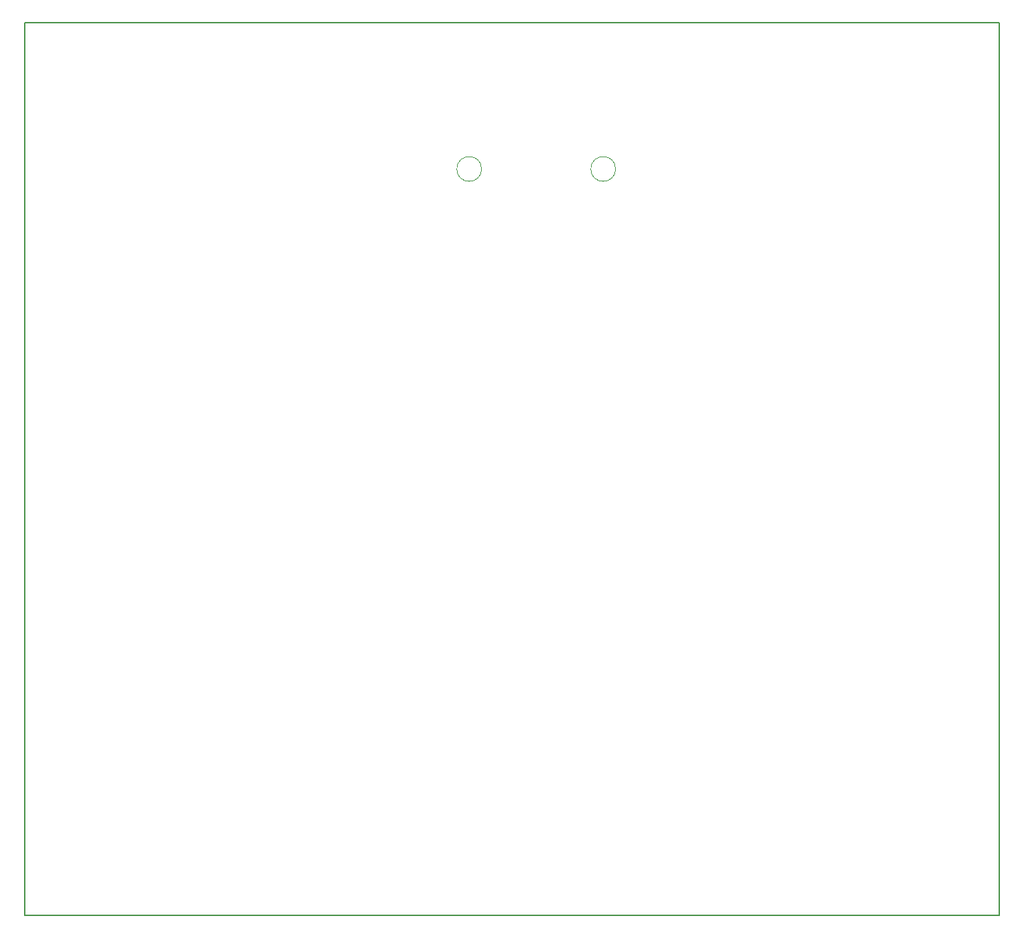
<source format=gbr>
%TF.GenerationSoftware,KiCad,Pcbnew,7.0.9-7.0.9~ubuntu22.04.1*%
%TF.CreationDate,2024-01-11T12:11:02+01:00*%
%TF.ProjectId,circuit,63697263-7569-4742-9e6b-696361645f70,rev?*%
%TF.SameCoordinates,Original*%
%TF.FileFunction,Profile,NP*%
%FSLAX46Y46*%
G04 Gerber Fmt 4.6, Leading zero omitted, Abs format (unit mm)*
G04 Created by KiCad (PCBNEW 7.0.9-7.0.9~ubuntu22.04.1) date 2024-01-11 12:11:02*
%MOMM*%
%LPD*%
G01*
G04 APERTURE LIST*
%TA.AperFunction,Profile*%
%ADD10C,0.150000*%
%TD*%
%TA.AperFunction,Profile*%
%ADD11C,0.100000*%
%TD*%
G04 APERTURE END LIST*
D10*
X195580000Y-37160000D02*
X75580000Y-37160000D01*
X195580000Y-58420000D02*
X195580000Y-147160000D01*
X195580000Y-58420000D02*
X195580000Y-37160000D01*
D11*
X148336000Y-55168000D02*
G75*
G03*
X148336000Y-55168000I-1524000J0D01*
G01*
D10*
X75580000Y-37160000D02*
X75580000Y-147160000D01*
X195580000Y-147160000D02*
X75580000Y-147160000D01*
D11*
X131826000Y-55168000D02*
G75*
G03*
X131826000Y-55168000I-1524000J0D01*
G01*
M02*

</source>
